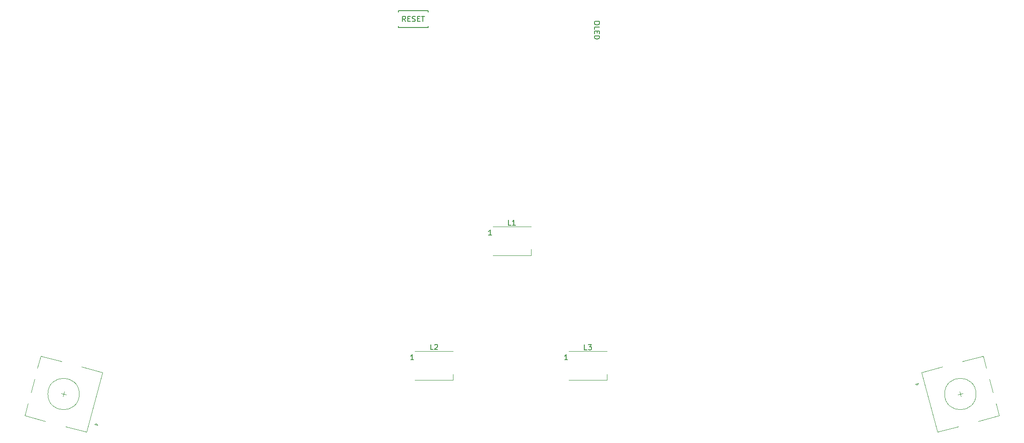
<source format=gbr>
G04 #@! TF.GenerationSoftware,KiCad,Pcbnew,(5.1.9)-1*
G04 #@! TF.CreationDate,2021-04-22T14:04:21-07:00*
G04 #@! TF.ProjectId,euclid36,6575636c-6964-4333-962e-6b696361645f,1.2*
G04 #@! TF.SameCoordinates,PX2faf080PY2faf080*
G04 #@! TF.FileFunction,Legend,Top*
G04 #@! TF.FilePolarity,Positive*
%FSLAX46Y46*%
G04 Gerber Fmt 4.6, Leading zero omitted, Abs format (unit mm)*
G04 Created by KiCad (PCBNEW (5.1.9)-1) date 2021-04-22 14:04:21*
%MOMM*%
%LPD*%
G01*
G04 APERTURE LIST*
%ADD10C,0.120000*%
%ADD11C,0.150000*%
G04 APERTURE END LIST*
D10*
X189180392Y-51435247D02*
G75*
G03*
X189180392Y-51435247I-3000000J0D01*
G01*
X186585211Y-45218647D02*
X190545507Y-44157488D01*
X193599572Y-55555413D02*
X189639276Y-56616571D01*
X185775573Y-57651847D02*
X181815277Y-58713006D01*
X182721508Y-46253923D02*
X178761212Y-47315081D01*
X178761212Y-47315081D02*
X181815277Y-58713006D01*
X177952436Y-49705872D02*
X177585012Y-49493740D01*
X177585012Y-49493740D02*
X178164568Y-49338448D01*
X178164568Y-49338448D02*
X177952436Y-49705872D01*
X190545507Y-44157488D02*
X191166673Y-46475710D01*
X191736075Y-48600747D02*
X192409004Y-51112154D01*
X192978406Y-53237191D02*
X193599572Y-55555413D01*
X186050982Y-50952284D02*
X186309802Y-51918210D01*
X185697429Y-51564657D02*
X186663355Y-51305837D01*
X18051204Y-51435247D02*
G75*
G03*
X18051204Y-51435247I-3000000J0D01*
G01*
X11592320Y-56616571D02*
X7632024Y-55555413D01*
X10686089Y-44157488D02*
X14646385Y-45218647D01*
X18510088Y-46253923D02*
X22470384Y-47315081D01*
X15456023Y-57651847D02*
X19416319Y-58713006D01*
X19416319Y-58713006D02*
X22470384Y-47315081D01*
X21312135Y-57046908D02*
X21524267Y-57414331D01*
X21524267Y-57414331D02*
X20944712Y-57259040D01*
X20944712Y-57259040D02*
X21312135Y-57046908D01*
X7632024Y-55555413D02*
X8253190Y-53237191D01*
X8822592Y-51112154D02*
X9495521Y-48600747D01*
X10064923Y-46475710D02*
X10686089Y-44157488D01*
X14921794Y-51918210D02*
X15180614Y-50952284D01*
X15534167Y-51564657D02*
X14568241Y-51305837D01*
D11*
X84612500Y21755000D02*
X84612500Y21505000D01*
X78912500Y21755000D02*
X84612500Y21755000D01*
X78912500Y21755000D02*
X78912500Y21505000D01*
X78912500Y18555000D02*
X78912500Y18805000D01*
X84612500Y18555000D02*
X84612500Y18805000D01*
X78912500Y18555000D02*
X84612500Y18555000D01*
D10*
X96950000Y-19481250D02*
X104250000Y-19481250D01*
X96950000Y-24981250D02*
X104250000Y-24981250D01*
X104250000Y-24981250D02*
X104250000Y-23831250D01*
X89381250Y-48793750D02*
X89381250Y-47643750D01*
X82081250Y-48793750D02*
X89381250Y-48793750D01*
X82081250Y-43293750D02*
X89381250Y-43293750D01*
X111450000Y-43293750D02*
X118750000Y-43293750D01*
X111450000Y-48793750D02*
X118750000Y-48793750D01*
X118750000Y-48793750D02*
X118750000Y-47643750D01*
D11*
X117337619Y19512381D02*
X117337619Y19321905D01*
X117290000Y19226667D01*
X117194761Y19131429D01*
X117004285Y19083810D01*
X116670952Y19083810D01*
X116480476Y19131429D01*
X116385238Y19226667D01*
X116337619Y19321905D01*
X116337619Y19512381D01*
X116385238Y19607620D01*
X116480476Y19702858D01*
X116670952Y19750477D01*
X117004285Y19750477D01*
X117194761Y19702858D01*
X117290000Y19607620D01*
X117337619Y19512381D01*
X116337619Y18179048D02*
X116337619Y18655239D01*
X117337619Y18655239D01*
X116861428Y17845715D02*
X116861428Y17512381D01*
X116337619Y17369524D02*
X116337619Y17845715D01*
X117337619Y17845715D01*
X117337619Y17369524D01*
X116337619Y16940953D02*
X117337619Y16940953D01*
X117337619Y16702858D01*
X117290000Y16560000D01*
X117194761Y16464762D01*
X117099523Y16417143D01*
X116909047Y16369524D01*
X116766190Y16369524D01*
X116575714Y16417143D01*
X116480476Y16464762D01*
X116385238Y16560000D01*
X116337619Y16702858D01*
X116337619Y16940953D01*
X80310119Y19702620D02*
X79976785Y20178810D01*
X79738690Y19702620D02*
X79738690Y20702620D01*
X80119642Y20702620D01*
X80214880Y20655000D01*
X80262500Y20607381D01*
X80310119Y20512143D01*
X80310119Y20369286D01*
X80262500Y20274048D01*
X80214880Y20226429D01*
X80119642Y20178810D01*
X79738690Y20178810D01*
X80738690Y20226429D02*
X81072023Y20226429D01*
X81214880Y19702620D02*
X80738690Y19702620D01*
X80738690Y20702620D01*
X81214880Y20702620D01*
X81595833Y19750239D02*
X81738690Y19702620D01*
X81976785Y19702620D01*
X82072023Y19750239D01*
X82119642Y19797858D01*
X82167261Y19893096D01*
X82167261Y19988334D01*
X82119642Y20083572D01*
X82072023Y20131191D01*
X81976785Y20178810D01*
X81786309Y20226429D01*
X81691071Y20274048D01*
X81643452Y20321667D01*
X81595833Y20416905D01*
X81595833Y20512143D01*
X81643452Y20607381D01*
X81691071Y20655000D01*
X81786309Y20702620D01*
X82024404Y20702620D01*
X82167261Y20655000D01*
X82595833Y20226429D02*
X82929166Y20226429D01*
X83072023Y19702620D02*
X82595833Y19702620D01*
X82595833Y20702620D01*
X83072023Y20702620D01*
X83357738Y20702620D02*
X83929166Y20702620D01*
X83643452Y19702620D02*
X83643452Y20702620D01*
X100433333Y-19183630D02*
X99957142Y-19183630D01*
X99957142Y-18183630D01*
X101290476Y-19183630D02*
X100719047Y-19183630D01*
X101004761Y-19183630D02*
X101004761Y-18183630D01*
X100909523Y-18326488D01*
X100814285Y-18421726D01*
X100719047Y-18469345D01*
X96735714Y-21083630D02*
X96164285Y-21083630D01*
X96450000Y-21083630D02*
X96450000Y-20083630D01*
X96354761Y-20226488D01*
X96259523Y-20321726D01*
X96164285Y-20369345D01*
X85569583Y-42959880D02*
X85093392Y-42959880D01*
X85093392Y-41959880D01*
X85855297Y-42055119D02*
X85902916Y-42007500D01*
X85998154Y-41959880D01*
X86236250Y-41959880D01*
X86331488Y-42007500D01*
X86379107Y-42055119D01*
X86426726Y-42150357D01*
X86426726Y-42245595D01*
X86379107Y-42388452D01*
X85807678Y-42959880D01*
X86426726Y-42959880D01*
X81866964Y-44896130D02*
X81295535Y-44896130D01*
X81581250Y-44896130D02*
X81581250Y-43896130D01*
X81486011Y-44038988D01*
X81390773Y-44134226D01*
X81295535Y-44181845D01*
X114933333Y-42996130D02*
X114457142Y-42996130D01*
X114457142Y-41996130D01*
X115171428Y-41996130D02*
X115790476Y-41996130D01*
X115457142Y-42377083D01*
X115600000Y-42377083D01*
X115695238Y-42424702D01*
X115742857Y-42472321D01*
X115790476Y-42567559D01*
X115790476Y-42805654D01*
X115742857Y-42900892D01*
X115695238Y-42948511D01*
X115600000Y-42996130D01*
X115314285Y-42996130D01*
X115219047Y-42948511D01*
X115171428Y-42900892D01*
X111235714Y-44896130D02*
X110664285Y-44896130D01*
X110950000Y-44896130D02*
X110950000Y-43896130D01*
X110854761Y-44038988D01*
X110759523Y-44134226D01*
X110664285Y-44181845D01*
M02*

</source>
